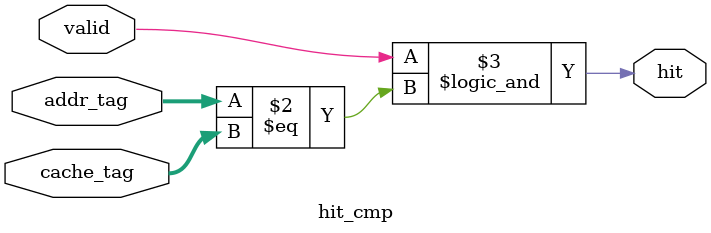
<source format=sv>
module hit_cmp
#(
   parameter s_offset = 5,
   parameter s_index  = 3,
   parameter s_tag    = 32 - s_offset - s_index,
   parameter s_mask   = 2**s_offset,
   parameter s_line   = 8*s_mask,
   parameter num_sets = 2**s_index
)
(
	input logic [s_tag-1:0] addr_tag,
	input logic [s_tag-1:0] cache_tag,
	input logic valid,
	output logic hit
);

always_comb
begin
	hit = valid && (addr_tag == cache_tag);
end

endmodule: hit_cmp

</source>
